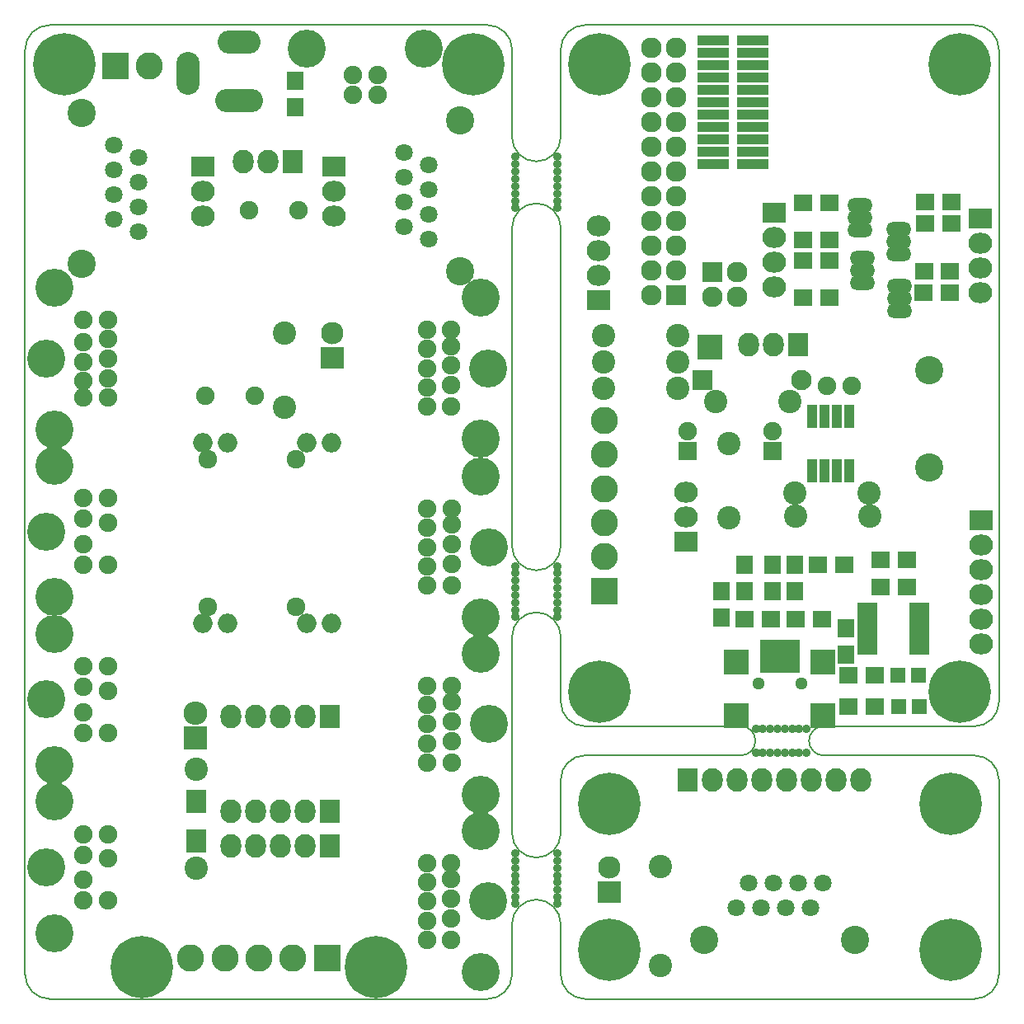
<source format=gts>
G04 #@! TF.FileFunction,Soldermask,Top*
%FSLAX46Y46*%
G04 Gerber Fmt 4.6, Leading zero omitted, Abs format (unit mm)*
G04 Created by KiCad (PCBNEW 4.0.2+e4-6225~38~ubuntu14.04.1-stable) date Fri 24 Jun 2016 12:28:15 AM CEST*
%MOMM*%
G01*
G04 APERTURE LIST*
%ADD10C,0.100000*%
%ADD11C,0.150000*%
%ADD12R,2.127200X2.127200*%
%ADD13O,2.127200X2.127200*%
%ADD14C,6.400000*%
%ADD15C,1.900000*%
%ADD16C,3.900000*%
%ADD17C,1.800000*%
%ADD18C,2.900000*%
%ADD19R,2.432000X2.127200*%
%ADD20O,2.432000X2.127200*%
%ADD21R,2.127200X2.432000*%
%ADD22O,2.127200X2.432000*%
%ADD23C,2.800000*%
%ADD24R,2.800000X2.800000*%
%ADD25O,2.398980X4.400500*%
%ADD26O,4.400500X2.398980*%
%ADD27O,4.900880X2.398980*%
%ADD28R,1.700000X1.900000*%
%ADD29R,0.999440X2.398980*%
%ADD30C,1.901140*%
%ADD31R,3.190000X1.140000*%
%ADD32R,1.900000X1.900000*%
%ADD33C,2.099260*%
%ADD34R,2.099260X2.099260*%
%ADD35C,2.899360*%
%ADD36R,1.900000X1.700000*%
%ADD37R,1.598880X1.598880*%
%ADD38R,2.597100X2.597100*%
%ADD39R,0.897840X3.400000*%
%ADD40C,1.299160*%
%ADD41R,2.051000X0.806400*%
%ADD42R,2.432000X2.432000*%
%ADD43O,2.432000X2.432000*%
%ADD44R,2.100000X2.400000*%
%ADD45C,2.398980*%
%ADD46R,2.400000X2.300000*%
%ADD47C,2.300000*%
%ADD48C,0.900000*%
%ADD49C,3.900120*%
%ADD50O,2.600000X1.500000*%
%ADD51R,2.635200X2.635200*%
%ADD52O,2.000000X2.000000*%
%ADD53C,1.924000*%
G04 APERTURE END LIST*
D10*
D11*
X167000000Y-126500000D02*
X167000000Y-146500000D01*
X167000000Y-118500000D02*
X167000000Y-51500000D01*
X122000000Y-112500000D02*
X122000000Y-118500000D01*
X122000000Y-126500000D02*
X122000000Y-132000000D01*
X117000000Y-69800000D02*
X117000000Y-102500000D01*
X122000000Y-102500000D02*
X122000000Y-69800000D01*
X117000000Y-112500000D02*
X117000000Y-111800000D01*
X122000000Y-112500000D02*
X122000000Y-111800000D01*
X117000000Y-146500000D02*
X117000000Y-141300000D01*
X122000000Y-141300000D02*
X122000000Y-146500000D01*
X117000000Y-129500000D02*
X117000000Y-132000000D01*
X117000000Y-112500000D02*
X117000000Y-129500000D01*
X117000000Y-102500000D02*
G75*
G03X119500000Y-105000000I2500000J0D01*
G01*
X119500000Y-105000000D02*
G75*
G03X122000000Y-102500000I0J2500000D01*
G01*
X119500000Y-109300000D02*
G75*
G03X117000000Y-111800000I0J-2500000D01*
G01*
X122000000Y-111800000D02*
G75*
G03X119500000Y-109300000I-2500000J0D01*
G01*
X149000000Y-124000000D02*
X164500000Y-124000000D01*
X167000000Y-126500000D02*
G75*
G03X164500000Y-124000000I-2500000J0D01*
G01*
X149000000Y-121000000D02*
X164500000Y-121000000D01*
X124500000Y-124000000D02*
X140500000Y-124000000D01*
X124500000Y-121000000D02*
X140500000Y-121000000D01*
X164500000Y-121000000D02*
G75*
G03X167000000Y-118500000I0J2500000D01*
G01*
X147500000Y-122500000D02*
G75*
G03X149000000Y-124000000I1500000J0D01*
G01*
X149000000Y-121000000D02*
G75*
G03X147500000Y-122500000I0J-1500000D01*
G01*
X140500000Y-124000000D02*
G75*
G03X142000000Y-122500000I0J1500000D01*
G01*
X142000000Y-122500000D02*
G75*
G03X140500000Y-121000000I-1500000J0D01*
G01*
X122000000Y-118500000D02*
G75*
G03X124500000Y-121000000I2500000J0D01*
G01*
X124500000Y-124000000D02*
G75*
G03X122000000Y-126500000I0J-2500000D01*
G01*
X119500000Y-67300000D02*
G75*
G03X117000000Y-69800000I0J-2500000D01*
G01*
X122000000Y-69800000D02*
G75*
G03X119500000Y-67300000I-2500000J0D01*
G01*
X117000000Y-132000000D02*
G75*
G03X119500000Y-134500000I2500000J0D01*
G01*
X119500000Y-134500000D02*
G75*
G03X122000000Y-132000000I0J2500000D01*
G01*
X122000000Y-60500000D02*
X122000000Y-51500000D01*
X119500000Y-63000000D02*
G75*
G03X122000000Y-60500000I0J2500000D01*
G01*
X117000000Y-60500000D02*
G75*
G03X119500000Y-63000000I2500000J0D01*
G01*
X124500000Y-49000000D02*
G75*
G03X122000000Y-51500000I0J-2500000D01*
G01*
X119500000Y-138800000D02*
G75*
G03X117000000Y-141300000I0J-2500000D01*
G01*
X122000000Y-141300000D02*
G75*
G03X119500000Y-138800000I-2500000J0D01*
G01*
X117000000Y-51500000D02*
X117000000Y-60500000D01*
X124500000Y-49000000D02*
X164500000Y-49000000D01*
X124500000Y-149000000D02*
X164500000Y-149000000D01*
X122000000Y-146500000D02*
G75*
G03X124500000Y-149000000I2500000J0D01*
G01*
X117000000Y-51500000D02*
G75*
G03X114500000Y-49000000I-2500000J0D01*
G01*
X114500000Y-149000000D02*
G75*
G03X117000000Y-146500000I0J2500000D01*
G01*
X67000000Y-146500000D02*
G75*
G03X69500000Y-149000000I2500000J0D01*
G01*
X164500000Y-149000000D02*
G75*
G03X167000000Y-146500000I0J2500000D01*
G01*
X69500000Y-49000000D02*
G75*
G03X67000000Y-51500000I0J-2500000D01*
G01*
X167000000Y-51500000D02*
G75*
G03X164500000Y-49000000I-2500000J0D01*
G01*
X67000000Y-146500000D02*
X67000000Y-51500000D01*
X69500000Y-149000000D02*
X114500000Y-149000000D01*
X69500000Y-49000000D02*
X114500000Y-49000000D01*
D12*
X133858000Y-76733400D03*
D13*
X131318000Y-76733400D03*
X133858000Y-74193400D03*
X131318000Y-74193400D03*
X133858000Y-71653400D03*
X131318000Y-71653400D03*
X133858000Y-69113400D03*
X131318000Y-69113400D03*
X133858000Y-66573400D03*
X131318000Y-66573400D03*
X133858000Y-64033400D03*
X131318000Y-64033400D03*
X133858000Y-61493400D03*
X131318000Y-61493400D03*
X133858000Y-58953400D03*
X131318000Y-58953400D03*
X133858000Y-56413400D03*
X131318000Y-56413400D03*
X133858000Y-53873400D03*
X131318000Y-53873400D03*
X133858000Y-51333400D03*
X131318000Y-51333400D03*
D14*
X162000000Y-129000000D03*
X163000000Y-117500000D03*
X126000000Y-53000000D03*
X163000000Y-53000000D03*
X126000000Y-117500000D03*
X162000000Y-144000000D03*
X127000000Y-129000000D03*
X127000000Y-144000000D03*
X103000000Y-145750000D03*
X113000000Y-53000000D03*
X79000000Y-145750000D03*
D15*
X110750000Y-136700000D03*
X110750000Y-138700000D03*
X110750000Y-140700000D03*
X110750000Y-135050000D03*
X108250000Y-137000000D03*
X108250000Y-139000000D03*
X110750000Y-142950000D03*
X108250000Y-135050000D03*
X108250000Y-141000000D03*
X108250000Y-142950000D03*
D16*
X113750000Y-146250000D03*
X114550000Y-139000000D03*
X113750000Y-131750000D03*
D15*
X110800000Y-118500000D03*
X110800000Y-120500000D03*
X110800000Y-122500000D03*
X110800000Y-116850000D03*
X108300000Y-118800000D03*
X108300000Y-120800000D03*
X110800000Y-124750000D03*
X108300000Y-116850000D03*
X108300000Y-122800000D03*
X108300000Y-124750000D03*
D16*
X113800000Y-128050000D03*
X114600000Y-120800000D03*
X113800000Y-113550000D03*
D15*
X110800000Y-100300000D03*
X110800000Y-102300000D03*
X110800000Y-104300000D03*
X110800000Y-98650000D03*
X108300000Y-100600000D03*
X108300000Y-102600000D03*
X110800000Y-106550000D03*
X108300000Y-98650000D03*
X108300000Y-104600000D03*
X108300000Y-106550000D03*
D16*
X113800000Y-109850000D03*
X114600000Y-102600000D03*
X113800000Y-95350000D03*
D15*
X110750000Y-81950000D03*
X110750000Y-83950000D03*
X110750000Y-85950000D03*
X110750000Y-80300000D03*
X108250000Y-82250000D03*
X108250000Y-84250000D03*
X110750000Y-88200000D03*
X108250000Y-80300000D03*
X108250000Y-86250000D03*
X108250000Y-88200000D03*
D16*
X113750000Y-91500000D03*
X114550000Y-84250000D03*
X113750000Y-77000000D03*
D15*
X73000000Y-85550000D03*
X73000000Y-83550000D03*
X73000000Y-81550000D03*
X73000000Y-87200000D03*
X75500000Y-85250000D03*
X75500000Y-83250000D03*
X73000000Y-79300000D03*
X75500000Y-87200000D03*
X75500000Y-81250000D03*
X75500000Y-79300000D03*
D16*
X70000000Y-76000000D03*
X69200000Y-83250000D03*
X70000000Y-90500000D03*
D15*
X73000000Y-119550000D03*
X73000000Y-116950000D03*
X73000000Y-121650000D03*
X73000000Y-114850000D03*
X75500000Y-121650000D03*
X75500000Y-117350000D03*
X75500000Y-114850000D03*
D16*
X70000000Y-111500000D03*
X69200000Y-118250000D03*
X70000000Y-125000000D03*
D15*
X73000000Y-136800000D03*
X73000000Y-134200000D03*
X73000000Y-138900000D03*
X73000000Y-132100000D03*
X75500000Y-138900000D03*
X75500000Y-134600000D03*
X75500000Y-132100000D03*
D16*
X70000000Y-128750000D03*
X69200000Y-135500000D03*
X70000000Y-142250000D03*
D17*
X76090000Y-63845000D03*
X76090000Y-61305000D03*
X78630000Y-62575000D03*
X78630000Y-65115000D03*
X76090000Y-66385000D03*
X78630000Y-67655000D03*
X76090000Y-68925000D03*
X78630000Y-70195000D03*
D18*
X72800000Y-58000000D03*
X72800000Y-73500000D03*
D17*
X108410000Y-68405000D03*
X108410000Y-70945000D03*
X105870000Y-69675000D03*
X105870000Y-67135000D03*
X108410000Y-65865000D03*
X105870000Y-64595000D03*
X108410000Y-63325000D03*
X105870000Y-62055000D03*
D18*
X111700000Y-74250000D03*
X111700000Y-58750000D03*
D19*
X85250000Y-63500000D03*
D20*
X85250000Y-66040000D03*
X85250000Y-68580000D03*
D19*
X98750000Y-63500000D03*
D20*
X98750000Y-66040000D03*
X98750000Y-68580000D03*
D14*
X71000000Y-53000000D03*
D21*
X98250000Y-133250000D03*
D22*
X95710000Y-133250000D03*
X93170000Y-133250000D03*
X90630000Y-133250000D03*
X88090000Y-133250000D03*
D23*
X94500000Y-144800000D03*
D24*
X98000000Y-144800000D03*
D23*
X91000000Y-144800000D03*
X87500000Y-144800000D03*
X84000000Y-144800000D03*
D25*
X83699020Y-54000120D03*
D26*
X89000000Y-50748920D03*
D27*
X89000000Y-56750940D03*
D17*
X142595000Y-139660000D03*
X140055000Y-139660000D03*
X141325000Y-137120000D03*
X143865000Y-137120000D03*
X145135000Y-139660000D03*
X146405000Y-137120000D03*
X147675000Y-139660000D03*
X148945000Y-137120000D03*
D18*
X136750000Y-142950000D03*
X152250000Y-142950000D03*
D21*
X135000000Y-126500000D03*
D22*
X137540000Y-126500000D03*
X140080000Y-126500000D03*
X142620000Y-126500000D03*
X145160000Y-126500000D03*
X147700000Y-126500000D03*
X150240000Y-126500000D03*
X152780000Y-126500000D03*
D21*
X98250000Y-129750000D03*
D22*
X95710000Y-129750000D03*
X93170000Y-129750000D03*
X90630000Y-129750000D03*
X88090000Y-129750000D03*
D21*
X98250000Y-120000000D03*
D22*
X95710000Y-120000000D03*
X93170000Y-120000000D03*
X90630000Y-120000000D03*
X88090000Y-120000000D03*
D23*
X79750000Y-53200000D03*
D24*
X76250000Y-53200000D03*
D28*
X94742000Y-54720500D03*
X94742000Y-57420500D03*
D29*
X151663400Y-89204800D03*
X150393400Y-89204800D03*
X149123400Y-89204800D03*
X147853400Y-89204800D03*
X147853400Y-94792800D03*
X149123400Y-94792800D03*
X150393400Y-94792800D03*
X151663400Y-94792800D03*
D21*
X94500000Y-63000000D03*
D22*
X91960000Y-63000000D03*
X89420000Y-63000000D03*
D30*
X149352000Y-86042500D03*
X151892000Y-86042500D03*
D31*
X141757400Y-63246000D03*
X137693400Y-63246000D03*
X141757400Y-61976000D03*
X137693400Y-61976000D03*
X141757400Y-60706000D03*
X137693400Y-60706000D03*
X141757400Y-59436000D03*
X137693400Y-59436000D03*
X141757400Y-58166000D03*
X137693400Y-58166000D03*
X141757400Y-56896000D03*
X137693400Y-56896000D03*
X141757400Y-55626000D03*
X137693400Y-55626000D03*
X141757400Y-54356000D03*
X137693400Y-54356000D03*
X141757400Y-53086000D03*
X137693400Y-53086000D03*
X141757400Y-51816000D03*
X137693400Y-51816000D03*
X141757400Y-50546000D03*
X137693400Y-50546000D03*
D32*
X143764000Y-92694000D03*
D15*
X143764000Y-90694000D03*
D32*
X135001000Y-92694000D03*
D15*
X135001000Y-90694000D03*
D33*
X146749020Y-85468460D03*
D34*
X136589020Y-85468460D03*
D15*
X73000000Y-102300000D03*
X73000000Y-99700000D03*
X73000000Y-104400000D03*
X73000000Y-97600000D03*
X75500000Y-104400000D03*
X75500000Y-100100000D03*
X75500000Y-97600000D03*
D16*
X70000000Y-94250000D03*
X69200000Y-101000000D03*
X70000000Y-107750000D03*
D35*
X159829500Y-84406740D03*
X159829500Y-94409260D03*
D28*
X138480800Y-107158800D03*
X138480800Y-109858800D03*
D36*
X151083000Y-104457500D03*
X148383000Y-104457500D03*
X143600000Y-110000000D03*
X140900000Y-110000000D03*
X146150000Y-110000000D03*
X148850000Y-110000000D03*
X154860000Y-103949500D03*
X157560000Y-103949500D03*
X154860000Y-106680000D03*
X157560000Y-106680000D03*
D37*
X158783020Y-118999000D03*
X156684980Y-118999000D03*
X158719520Y-115760500D03*
X156621480Y-115760500D03*
D38*
X148929760Y-114380500D03*
D39*
X142902340Y-113800000D03*
X143702440Y-113800000D03*
X144500000Y-113800000D03*
X145297560Y-113800000D03*
X146097660Y-113800000D03*
D40*
X142302900Y-116628400D03*
X146699640Y-116628400D03*
D38*
X140070240Y-114380500D03*
X140070240Y-119879600D03*
X148929760Y-119879600D03*
D19*
X165201600Y-99822000D03*
D20*
X165201600Y-102362000D03*
X165201600Y-104902000D03*
X165201600Y-107442000D03*
X165201600Y-109982000D03*
X165201600Y-112522000D03*
D28*
X146000000Y-104400000D03*
X146000000Y-107100000D03*
D41*
X158813500Y-111315500D03*
X158813500Y-110680500D03*
X158813500Y-110045500D03*
X158813500Y-109410500D03*
X153479500Y-113220500D03*
X158813500Y-113220500D03*
X158813500Y-112585500D03*
X158813500Y-111950500D03*
X153479500Y-108775500D03*
X153479500Y-109410500D03*
X153479500Y-110045500D03*
X153479500Y-110680500D03*
X153479500Y-111315500D03*
X153479500Y-111950500D03*
X158813500Y-108775500D03*
X153479500Y-112585500D03*
D23*
X126480800Y-103598800D03*
D24*
X126480800Y-107098800D03*
D23*
X126480800Y-100098800D03*
X126480800Y-96598800D03*
X126480800Y-93098800D03*
X126480800Y-89598800D03*
D42*
X84518500Y-122237500D03*
D43*
X84518500Y-119697500D03*
D44*
X84582000Y-132746500D03*
X84582000Y-128746500D03*
D45*
X153733500Y-99441000D03*
X146113500Y-99441000D03*
X137922000Y-87693500D03*
X145542000Y-87693500D03*
X139255500Y-99631500D03*
X139255500Y-92011500D03*
D28*
X143750000Y-107100000D03*
X143750000Y-104400000D03*
D36*
X154258000Y-118999000D03*
X151558000Y-118999000D03*
X154258000Y-115760500D03*
X151558000Y-115760500D03*
D28*
X151257000Y-113618000D03*
X151257000Y-110918000D03*
D45*
X146050000Y-97028000D03*
X153670000Y-97028000D03*
D46*
X98501200Y-83185000D03*
D47*
X98501200Y-80645000D03*
D45*
X93599000Y-80645000D03*
X93599000Y-88265000D03*
D30*
X90017600Y-68046600D03*
X95097600Y-68046600D03*
X90551000Y-87058500D03*
X85471000Y-87058500D03*
D48*
X142050000Y-123750000D03*
X142750000Y-123750000D03*
X147250000Y-123750000D03*
X146500000Y-123750000D03*
X145750000Y-123750000D03*
X145000000Y-123750000D03*
X144250000Y-123750000D03*
X143500000Y-123750000D03*
X142050000Y-121250000D03*
X142750000Y-121250000D03*
X147250000Y-121250000D03*
X146500000Y-121250000D03*
X145750000Y-121250000D03*
X145000000Y-121250000D03*
X144250000Y-121250000D03*
X143500000Y-121250000D03*
X121650000Y-139250000D03*
X121650000Y-138550000D03*
X121650000Y-134050000D03*
X121650000Y-134800000D03*
X121650000Y-135550000D03*
X121650000Y-136300000D03*
X121650000Y-137050000D03*
X121650000Y-137800000D03*
X117350000Y-139250000D03*
X117350000Y-138550000D03*
X117350000Y-134050000D03*
X117350000Y-134800000D03*
X117350000Y-135550000D03*
X117350000Y-136300000D03*
X117350000Y-137050000D03*
X117350000Y-137800000D03*
X121650000Y-109750000D03*
X121650000Y-109050000D03*
X121650000Y-104550000D03*
X121650000Y-105300000D03*
X121650000Y-106050000D03*
X121650000Y-106800000D03*
X121650000Y-107550000D03*
X121650000Y-108300000D03*
X117350000Y-109750000D03*
X117350000Y-109050000D03*
X117350000Y-104550000D03*
X117350000Y-105300000D03*
X117350000Y-106050000D03*
X117350000Y-106800000D03*
X117350000Y-107550000D03*
X117350000Y-108300000D03*
X121650000Y-67750000D03*
X121650000Y-67050000D03*
X121650000Y-62550000D03*
X121650000Y-63300000D03*
X121650000Y-64050000D03*
X121650000Y-64800000D03*
X121650000Y-65550000D03*
X121650000Y-66300000D03*
X117350000Y-67750000D03*
X117350000Y-67050000D03*
X117350000Y-62550000D03*
X117350000Y-63300000D03*
X117350000Y-64050000D03*
X117350000Y-64800000D03*
X117350000Y-65550000D03*
X117350000Y-66300000D03*
D45*
X84582000Y-135572500D03*
X84582000Y-125412500D03*
D28*
X140843000Y-104441000D03*
X140843000Y-107141000D03*
D30*
X103162100Y-54152800D03*
X100672900Y-54152800D03*
X100672900Y-56159400D03*
X103162100Y-56159400D03*
D49*
X107937300Y-51435000D03*
X95897700Y-51435000D03*
D46*
X127000000Y-138000000D03*
D47*
X127000000Y-135460000D03*
D45*
X132270500Y-135445500D03*
X132270500Y-145605500D03*
D21*
X146367500Y-81788000D03*
D22*
X143827500Y-81788000D03*
X141287500Y-81788000D03*
D19*
X125882400Y-77241400D03*
D20*
X125882400Y-74701400D03*
X125882400Y-72161400D03*
X125882400Y-69621400D03*
D19*
X134874000Y-102044500D03*
D20*
X134874000Y-99504500D03*
X134874000Y-96964500D03*
D50*
X152717500Y-67500500D03*
X152717500Y-68770500D03*
X152717500Y-70040500D03*
X156718000Y-69977000D03*
X156718000Y-71247000D03*
X156718000Y-72517000D03*
X152971500Y-72961500D03*
X152971500Y-74231500D03*
X152971500Y-75501500D03*
X156781500Y-75819000D03*
X156781500Y-77089000D03*
X156781500Y-78359000D03*
D12*
X137604500Y-74358500D03*
D13*
X140144500Y-74358500D03*
X137604500Y-76898500D03*
X140144500Y-76898500D03*
D51*
X137287000Y-82042000D03*
D36*
X149559000Y-67246500D03*
X146859000Y-67246500D03*
X149559000Y-71056500D03*
X146859000Y-71056500D03*
X159432000Y-67183000D03*
X162132000Y-67183000D03*
X159432000Y-69342000D03*
X162132000Y-69342000D03*
X149559000Y-73152000D03*
X146859000Y-73152000D03*
X159292300Y-74307700D03*
X161992300Y-74307700D03*
X159266900Y-76466700D03*
X161966900Y-76466700D03*
D45*
X133985000Y-80899000D03*
X126365000Y-80899000D03*
X133985000Y-83629500D03*
X126365000Y-83629500D03*
X126365000Y-86296500D03*
X133985000Y-86296500D03*
D36*
X149622500Y-77025500D03*
X146922500Y-77025500D03*
D19*
X143954500Y-68262500D03*
D20*
X143954500Y-70802500D03*
X143954500Y-73342500D03*
X143954500Y-75882500D03*
D19*
X165100000Y-68834000D03*
D20*
X165100000Y-71374000D03*
X165100000Y-73914000D03*
X165100000Y-76454000D03*
D52*
X85217000Y-91884500D03*
X87757000Y-91884500D03*
X95885000Y-91884500D03*
X98425000Y-91884500D03*
X85217000Y-110426500D03*
X87757000Y-110426500D03*
X95885000Y-110426500D03*
X98425000Y-110426500D03*
D53*
X94821000Y-93555500D03*
X94821000Y-108755500D03*
X85721000Y-93555500D03*
X85721000Y-108755500D03*
M02*

</source>
